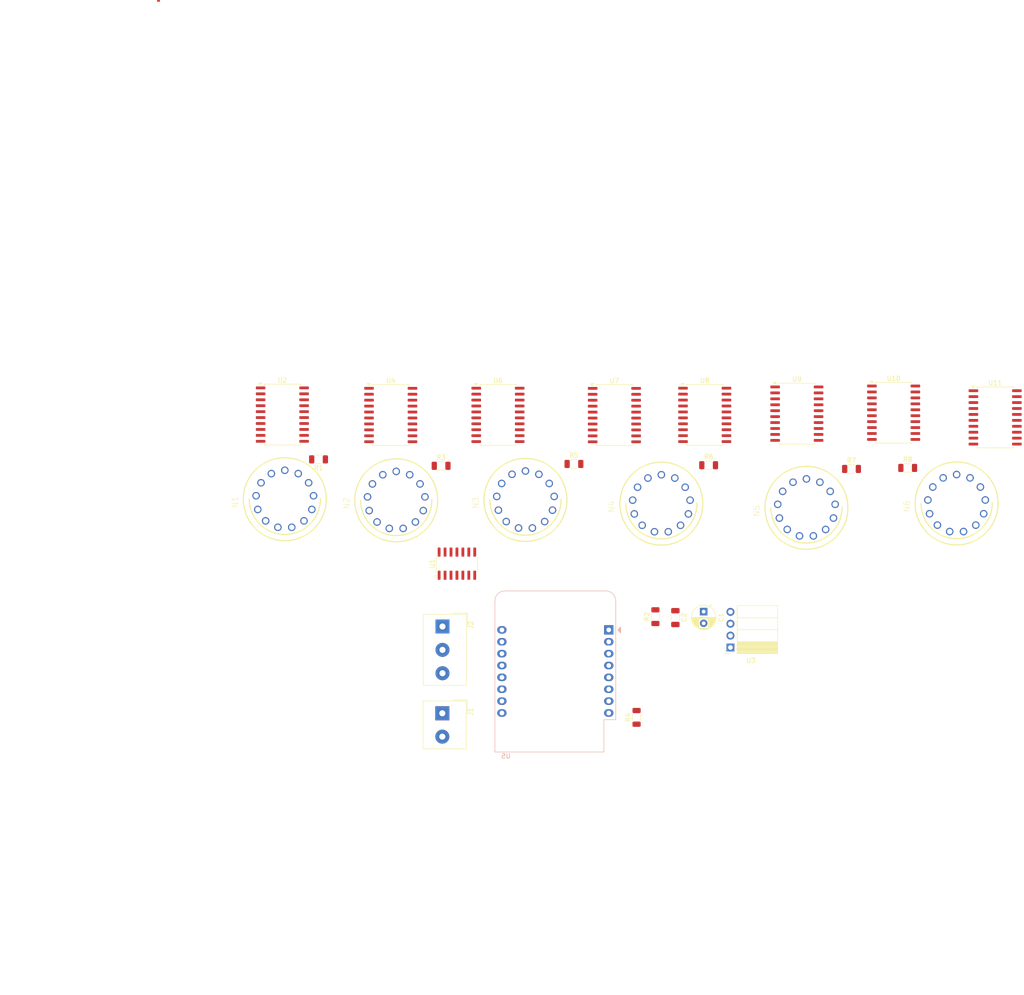
<source format=kicad_pcb>
(kicad_pcb (version 20240108) (generator "pcbnew") (generator_version "8.0")
  (layers (0 "F.Cu" signal) (31 "B.Cu" signal) (34 "B.Paste" user) (35 "F.Paste" user) (36 "B.SilkS" user "B.Silkscreen") (37 "F.SilkS" user "F.Silkscreen") (38 "B.Mask" user) (39 "F.Mask" user) (44 "Edge.Cuts" user))
  (net 0 "")
  (net 1 "Net-(U3-VCC)")
  (net 2 "GND")
  (net 3 "167V")
  (net 4 "HV_ENABLE")
  (net 5 "+5V")
  (net 6 "Net-(U2-DRAIN4)")
  (net 7 "Net-(U2-DRAIN1)")
  (net 8 "Net-(N1-PadA)")
  (net 9 "Net-(U2-DRAIN6)")
  (net 11 "Net-(U2-DRAIN0)")
  (net 12 "Net-(U2-DRAIN5)")
  (net 13 "Net-(U4-DRAIN0)")
  (net 14 "Net-(U2-DRAIN2)")
  (net 15 "Net-(U2-DRAIN3)")
  (net 16 "Net-(U4-DRAIN1)")
  (net 17 "Net-(U2-DRAIN7)")
  (net 19 "Net-(U4-DRAIN3)")
  (net 20 "Net-(U6-DRAIN3)")
  (net 21 "Net-(U4-DRAIN4)")
  (net 22 "Net-(N2-PadA)")
  (net 23 "Net-(U4-DRAIN2)")
  (net 24 "Net-(U6-DRAIN1)")
  (net 25 "Net-(U4-DRAIN7)")
  (net 26 "Net-(U6-DRAIN0)")
  (net 27 "Net-(U4-DRAIN5)")
  (net 29 "Net-(U4-DRAIN6)")
  (net 31 "Net-(U6-DRAIN2)")
  (net 32 "Net-(U7-DRAIN5)")
  (net 33 "Net-(U7-DRAIN0)")
  (net 34 "Net-(U6-DRAIN5)")
  (net 35 "Net-(U7-DRAIN1)")
  (net 36 "Net-(U6-DRAIN6)")
  (net 37 "Net-(U7-DRAIN4)")
  (net 38 "Net-(U6-DRAIN4)")
  (net 39 "Net-(N3-PadA)")
  (net 40 "Net-(U7-DRAIN2)")
  (net 42 "Net-(U7-DRAIN3)")
  (net 44 "Net-(U6-DRAIN7)")
  (net 45 "Net-(N4-PadA)")
  (net 46 "Net-(U8-DRAIN2)")
  (net 47 "Net-(U8-DRAIN5)")
  (net 49 "Net-(U7-DRAIN6)")
  (net 51 "Net-(U7-DRAIN7)")
  (net 52 "Net-(U8-DRAIN0)")
  (net 53 "Net-(U8-DRAIN1)")
  (net 54 "Net-(U8-DRAIN4)")
  (net 55 "Net-(U8-DRAIN3)")
  (net 56 "Net-(U8-DRAIN7)")
  (net 57 "Net-(U8-DRAIN6)")
  (net 59 "Net-(U9-DRAIN6)")
  (net 60 "Net-(U9-DRAIN4)")
  (net 61 "Net-(U10-DRAIN0)")
  (net 62 "Net-(U9-DRAIN7)")
  (net 63 "Net-(U9-DRAIN2)")
  (net 64 "Net-(U9-DRAIN1)")
  (net 65 "Net-(N5-PadA)")
  (net 66 "Net-(U9-DRAIN3)")
  (net 67 "Net-(U9-DRAIN0)")
  (net 69 "Net-(U9-DRAIN5)")
  (net 70 "Net-(U10-DRAIN1)")
  (net 71 "Net-(U10-DRAIN6)")
  (net 72 "Net-(U11-DRAIN1)")
  (net 73 "Net-(U10-DRAIN5)")
  (net 74 "Net-(U10-DRAIN3)")
  (net 75 "Net-(U11-DRAIN3)")
  (net 77 "Net-(U11-DRAIN2)")
  (net 78 "Net-(U10-DRAIN7)")
  (net 79 "Net-(N6-PadA)")
  (net 80 "Net-(U11-DRAIN0)")
  (net 82 "Net-(U10-DRAIN2)")
  (net 83 "Net-(U10-DRAIN4)")
  (net 84 "+3.3V")
  (net 85 "Net-(U5-CS{slash}D8)")
  (net 86 "Net-(U2-SER_IN)")
  (net 87 "Net-(U1-Pad6)")
  (net 88 "Net-(U10-SRCK)")
  (net 89 "Net-(U1-Pad13)")
  (net 90 "Net-(U1-Pad11)")
  (net 91 "Net-(U5-MOSI{slash}D7)")
  (net 92 "Net-(U10-RCLK)")
  (net 93 "Net-(U5-SCK{slash}D5)")
  (net 94 "Net-(U2-SER_OUT)")
  (net 95 "Net-(U3-PON)")
  (net 96 "Net-(U3-TCO)")
  (net 97 "Net-(U4-SER_OUT)")
  (net 105 "Net-(U6-SER_OUT)")
  (net 106 "Net-(U7-SER_OUT)")
  (net 107 "Net-(U8-SER_OUT)")
  (net 108 "Net-(U10-SER_IN)")
  (net 109 "Net-(U10-SER_OUT)")
  (footprint "Package_SO:SOIC-20W_7.5x12.8mm_P1.27mm" (layer "F.Cu") (at 114.97 67.555)
    (property "Reference" "U7" (at 0 -7.35 0) (layer "F.SilkS"))
    (property "Value" "TPIC6B595")
    (pad "1" smd roundrect (at -4.65 -5.715) (size 2.05 0.6) (layers "F.Cu" "F.Paste" "F.Mask") (net 2 "GND"))
    (pad "2" smd roundrect (at -4.65 -4.445) (size 2.05 0.6) (layers "F.Cu" "F.Paste" "F.Mask") (net 5 "+5V"))
    (pad "3" smd roundrect (at -4.65 -3.175) (size 2.05 0.6) (layers "F.Cu" "F.Paste" "F.Mask") (net 105 "Net-(U6-SER_OUT)"))
    (pad "4" smd roundrect (at -4.65 -1.905) (size 2.05 0.6) (layers "F.Cu" "F.Paste" "F.Mask") (net 33 "Net-(U7-DRAIN0)"))
    (pad "5" smd roundrect (at -4.65 -0.635) (size 2.05 0.6) (layers "F.Cu" "F.Paste" "F.Mask") (net 35 "Net-(U7-DRAIN1)"))
    (pad "6" smd roundrect (at -4.65 0.635) (size 2.05 0.6) (layers "F.Cu" "F.Paste" "F.Mask") (net 40 "Net-(U7-DRAIN2)"))
    (pad "7" smd roundrect (at -4.65 1.905) (size 2.05 0.6) (layers "F.Cu" "F.Paste" "F.Mask") (net 42 "Net-(U7-DRAIN3)"))
    (pad "8" smd roundrect (at -4.65 3.175) (size 2.05 0.6) (layers "F.Cu" "F.Paste" "F.Mask") (net 5 "+5V"))
    (pad "9" smd roundrect (at -4.65 4.445) (size 2.05 0.6) (layers "F.Cu" "F.Paste" "F.Mask") (net 2 "GND"))
    (pad "10" smd roundrect (at -4.65 5.715) (size 2.05 0.6) (layers "F.Cu" "F.Paste" "F.Mask") (net 2 "GND"))
    (pad "11" smd roundrect (at 4.65 5.715) (size 2.05 0.6) (layers "F.Cu" "F.Paste" "F.Mask") (net 2 "GND"))
    (pad "12" smd roundrect (at 4.65 4.445) (size 2.05 0.6) (layers "F.Cu" "F.Paste" "F.Mask") (net 92 "Net-(U10-RCLK)"))
    (pad "13" smd roundrect (at 4.65 3.175) (size 2.05 0.6) (layers "F.Cu" "F.Paste" "F.Mask") (net 88 "Net-(U10-SRCK)"))
    (pad "14" smd roundrect (at 4.65 1.905) (size 2.05 0.6) (layers "F.Cu" "F.Paste" "F.Mask") (net 37 "Net-(U7-DRAIN4)"))
    (pad "15" smd roundrect (at 4.65 0.635) (size 2.05 0.6) (layers "F.Cu" "F.Paste" "F.Mask") (net 32 "Net-(U7-DRAIN5)"))
    (pad "16" smd roundrect (at 4.65 -0.635) (size 2.05 0.6) (layers "F.Cu" "F.Paste" "F.Mask") (net 49 "Net-(U7-DRAIN6)"))
    (pad "17" smd roundrect (at 4.65 -1.905) (size 2.05 0.6) (layers "F.Cu" "F.Paste" "F.Mask") (net 51 "Net-(U7-DRAIN7)"))
    (pad "18" smd roundrect (at 4.65 -3.175) (size 2.05 0.6) (layers "F.Cu" "F.Paste" "F.Mask") (net 106 "Net-(U7-SER_OUT)"))
    (pad "19" smd roundrect (at 4.65 -4.445) (size 2.05 0.6) (layers "F.Cu" "F.Paste" "F.Mask") (net 2 "GND"))
    (pad "20" smd roundrect (at 4.65 -5.715) (size 2.05 0.6) (layers "F.Cu" "F.Paste" "F.Mask") (net 2 "GND"))
  )
  (footprint "Julians_parts:nixies-us-IN-14_1.1mm_holes" (layer "F.Cu") (at 44.45388 85.55544 180)
    (property "Reference" "N1" (at 10.63498 -0.635 90) (layer "F.SilkS") (effects (font (size 1.27 1.27) (thickness 0.1016))))
    (property "Value" "IN-14")
    (pad "0" thru_hole circle (at -5.0927 3.51536 180) (size 1.608 1.608) (drill 1.1) (layers "*.Cu" "*.Mask") (net 16 "Net-(U4-DRAIN1)"))
    (pad "1" thru_hole circle (at 5.0927 3.51536 180) (size 1.608 1.608) (drill 1.1) (layers "*.Cu" "*.Mask") (net 11 "Net-(U2-DRAIN0)"))
    (pad "2" thru_hole circle (at 6.14426 0.74422 180) (size 1.608 1.608) (drill 1.1) (layers "*.Cu" "*.Mask") (net 7 "Net-(U2-DRAIN1)"))
    (pad "3" thru_hole circle (at 5.78612 -2.19456 180) (size 1.608 1.608) (drill 1.1) (layers "*.Cu" "*.Mask") (net 14 "Net-(U2-DRAIN2)"))
    (pad "4" thru_hole circle (at 4.10464 -4.63296 180) (size 1.608 1.608) (drill 1.1) (layers "*.Cu" "*.Mask") (net 15 "Net-(U2-DRAIN3)"))
    (pad "5" thru_hole circle (at 1.48082 -6.00964 180) (size 1.608 1.608) (drill 1.1) (layers "*.Cu" "*.Mask") (net 6 "Net-(U2-DRAIN4)"))
    (pad "6" thru_hole circle (at -1.48082 -6.00964 180) (size 1.608 1.608) (drill 1.1) (layers "*.Cu" "*.Mask") (net 12 "Net-(U2-DRAIN5)"))
    (pad "7" thru_hole circle (at -4.10464 -4.63296 180) (size 1.608 1.608) (drill 1.1) (layers "*.Cu" "*.Mask") (net 9 "Net-(U2-DRAIN6)"))
    (pad "8" thru_hole circle (at -5.78612 -2.19456 180) (size 1.608 1.608) (drill 1.1) (layers "*.Cu" "*.Mask") (net 17 "Net-(U2-DRAIN7)"))
    (pad "9" thru_hole circle (at -6.14426 0.74422 180) (size 1.608 1.608) (drill 1.1) (layers "*.Cu" "*.Mask") (net 13 "Net-(U4-DRAIN0)"))
    (pad "A" thru_hole circle (at 0 6.18744 180) (size 1.608 1.608) (drill 1.1) (layers "*.Cu" "*.Mask") (net 8 "Net-(N1-PadA)"))
    (pad "LHDP" thru_hole circle (at 2.87528 5.47878 180) (size 1.608 1.608) (drill 1.1) (layers "*.Cu" "*.Mask"))
    (pad "RHDP" thru_hole circle (at -2.87528 5.47878 180) (size 1.608 1.608) (drill 1.1) (layers "*.Cu" "*.Mask"))
  )
  (footprint "Resistor_SMD:R_1206_3216Metric" (layer "F.Cu") (at 123.75 110.6825 90)
    (property "Reference" "R2" (at 0 -1.82 90) (layer "F.SilkS"))
    (property "Value" "100")
    (pad "1" smd roundrect (at -1.4625 0 90) (size 1.125 1.75) (layers "F.Cu" "F.Paste" "F.Mask") (roundrect_rratio 0.222222) (net 84 "+3.3V"))
    (pad "2" smd roundrect (at 1.4625 0 90) (size 1.125 1.75) (layers "F.Cu" "F.Paste" "F.Mask") (roundrect_rratio 0.222222) (net 1 "Net-(U3-VCC)"))
  )
  (footprint "Julians_parts:nixies-us-IN-14_1.1mm_holes" (layer "F.Cu") (at 68.29388 85.79544 180)
    (property "Reference" "N2" (at 10.63498 -0.635 90) (layer "F.SilkS") (effects (font (size 1.27 1.27) (thickness 0.1016))))
    (property "Value" "IN-14")
    (pad "0" thru_hole circle (at -5.0927 3.51536 180) (size 1.608 1.608) (drill 1.1) (layers "*.Cu" "*.Mask") (net 20 "Net-(U6-DRAIN3)"))
    (pad "1" thru_hole circle (at 5.0927 3.51536 180) (size 1.608 1.608) (drill 1.1) (layers "*.Cu" "*.Mask") (net 23 "Net-(U4-DRAIN2)"))
    (pad "2" thru_hole circle (at 6.14426 0.74422 180) (size 1.608 1.608) (drill 1.1) (layers "*.Cu" "*.Mask") (net 19 "Net-(U4-DRAIN3)"))
    (pad "3" thru_hole circle (at 5.78612 -2.19456 180) (size 1.608 1.608) (drill 1.1) (layers "*.Cu" "*.Mask") (net 21 "Net-(U4-DRAIN4)"))
    (pad "4" thru_hole circle (at 4.10464 -4.63296 180) (size 1.608 1.608) (drill 1.1) (layers "*.Cu" "*.Mask") (net 27 "Net-(U4-DRAIN5)"))
    (pad "5" thru_hole circle (at 1.48082 -6.00964 180) (size 1.608 1.608) (drill 1.1) (layers "*.Cu" "*.Mask") (net 29 "Net-(U4-DRAIN6)"))
    (pad "6" thru_hole circle (at -1.48082 -6.00964 180) (size 1.608 1.608) (drill 1.1) (layers "*.Cu" "*.Mask") (net 25 "Net-(U4-DRAIN7)"))
    (pad "7" thru_hole circle (at -4.10464 -4.63296 180) (size 1.608 1.608) (drill 1.1) (layers "*.Cu" "*.Mask") (net 26 "Net-(U6-DRAIN0)"))
    (pad "8" thru_hole circle (at -5.78612 -2.19456 180) (size 1.608 1.608) (drill 1.1) (layers "*.Cu" "*.Mask") (net 24 "Net-(U6-DRAIN1)"))
    (pad "9" thru_hole circle (at -6.14426 0.74422 180) (size 1.608 1.608) (drill 1.1) (layers "*.Cu" "*.Mask") (net 31 "Net-(U6-DRAIN2)"))
    (pad "A" thru_hole circle (at 0 6.18744 180) (size 1.608 1.608) (drill 1.1) (layers "*.Cu" "*.Mask") (net 22 "Net-(N2-PadA)"))
    (pad "LHDP" thru_hole circle (at 2.87528 5.47878 180) (size 1.608 1.608) (drill 1.1) (layers "*.Cu" "*.Mask"))
    (pad "RHDP" thru_hole circle (at -2.87528 5.47878 180) (size 1.608 1.608) (drill 1.1) (layers "*.Cu" "*.Mask"))
  )
  (footprint "Capacitor_SMD:C_1206_3216Metric" (layer "F.Cu") (at 128.02 110.885 -90)
    (property "Reference" "C2" (at 0 -1.85 90) (layer "F.SilkS"))
    (property "Value" "1µ")
    (pad "1" smd roundrect (at -1.475 0 270) (size 1.15 1.8) (layers "F.Cu" "F.Paste" "F.Mask") (roundrect_rratio 0.217391) (net 1 "Net-(U3-VCC)"))
    (pad "2" smd roundrect (at 1.475 0 270) (size 1.15 1.8) (layers "F.Cu" "F.Paste" "F.Mask") (roundrect_rratio 0.217391) (net 2 "GND"))
  )
  (footprint "Julians_parts:nixies-us-IN-14_1.1mm_holes" (layer "F.Cu") (at 156.06388 87.39544 180)
    (property "Reference" "N5" (at 10.63498 -0.635 90) (layer "F.SilkS") (effects (font (size 1.27 1.27) (thickness 0.1016))))
    (property "Value" "IN-14")
    (pad "0" thru_hole circle (at -5.0927 3.51536 180) (size 1.608 1.608) (drill 1.1) (layers "*.Cu" "*.Mask") (net 70 "Net-(U10-DRAIN1)"))
    (pad "1" thru_hole circle (at 5.0927 3.51536 180) (size 1.608 1.608) (drill 1.1) (layers "*.Cu" "*.Mask") (net 67 "Net-(U9-DRAIN0)"))
    (pad "2" thru_hole circle (at 6.14426 0.74422 180) (size 1.608 1.608) (drill 1.1) (layers "*.Cu" "*.Mask") (net 64 "Net-(U9-DRAIN1)"))
    (pad "3" thru_hole circle (at 5.78612 -2.19456 180) (size 1.608 1.608) (drill 1.1) (layers "*.Cu" "*.Mask") (net 63 "Net-(U9-DRAIN2)"))
    (pad "4" thru_hole circle (at 4.10464 -4.63296 180) (size 1.608 1.608) (drill 1.1) (layers "*.Cu" "*.Mask") (net 66 "Net-(U9-DRAIN3)"))
    (pad "5" thru_hole circle (at 1.48082 -6.00964 180) (size 1.608 1.608) (drill 1.1) (layers "*.Cu" "*.Mask") (net 60 "Net-(U9-DRAIN4)"))
    (pad "6" thru_hole circle (at -1.48082 -6.00964 180) (size 1.608 1.608) (drill 1.1) (layers "*.Cu" "*.Mask") (net 69 "Net-(U9-DRAIN5)"))
    (pad "7" thru_hole circle (at -4.10464 -4.63296 180) (size 1.608 1.608) (drill 1.1) (layers "*.Cu" "*.Mask") (net 59 "Net-(U9-DRAIN6)"))
    (pad "8" thru_hole circle (at -5.78612 -2.19456 180) (size 1.608 1.608) (drill 1.1) (layers "*.Cu" "*.Mask") (net 62 "Net-(U9-DRAIN7)"))
    (pad "9" thru_hole circle (at -6.14426 0.74422 180) (size 1.608 1.608) (drill 1.1) (layers "*.Cu" "*.Mask") (net 61 "Net-(U10-DRAIN0)"))
    (pad "A" thru_hole circle (at 0 6.18744 180) (size 1.608 1.608) (drill 1.1) (layers "*.Cu" "*.Mask") (net 65 "Net-(N5-PadA)"))
    (pad "LHDP" thru_hole circle (at 2.87528 5.47878 180) (size 1.608 1.608) (drill 1.1) (layers "*.Cu" "*.Mask"))
    (pad "RHDP" thru_hole circle (at -2.87528 5.47878 180) (size 1.608 1.608) (drill 1.1) (layers "*.Cu" "*.Mask"))
  )
  (footprint "Package_SO:SOIC-20W_7.5x12.8mm_P1.27mm" (layer "F.Cu") (at 174.72 67.05)
    (property "Reference" "U10" (at 0 -7.35 0) (layer "F.SilkS"))
    (property "Value" "TPIC6B595")
    (pad "1" smd roundrect (at -4.65 -5.715) (size 2.05 0.6) (layers "F.Cu" "F.Paste" "F.Mask") (net 2 "GND"))
    (pad "2" smd roundrect (at -4.65 -4.445) (size 2.05 0.6) (layers "F.Cu" "F.Paste" "F.Mask") (net 5 "+5V"))
    (pad "3" smd roundrect (at -4.65 -3.175) (size 2.05 0.6) (layers "F.Cu" "F.Paste" "F.Mask") (net 108 "Net-(U10-SER_IN)"))
    (pad "4" smd roundrect (at -4.65 -1.905) (size 2.05 0.6) (layers "F.Cu" "F.Paste" "F.Mask") (net 61 "Net-(U10-DRAIN0)"))
    (pad "5" smd roundrect (at -4.65 -0.635) (size 2.05 0.6) (layers "F.Cu" "F.Paste" "F.Mask") (net 70 "Net-(U10-DRAIN1)"))
    (pad "6" smd roundrect (at -4.65 0.635) (size 2.05 0.6) (layers "F.Cu" "F.Paste" "F.Mask") (net 82 "Net-(U10-DRAIN2)"))
    (pad "7" smd roundrect (at -4.65 1.905) (size 2.05 0.6) (layers "F.Cu" "F.Paste" "F.Mask") (net 74 "Net-(U10-DRAIN3)"))
    (pad "8" smd roundrect (at -4.65 3.175) (size 2.05 0.6) (layers "F.Cu" "F.Paste" "F.Mask") (net 5 "+5V"))
    (pad "9" smd roundrect (at -4.65 4.445) (size 2.05 0.6) (layers "F.Cu" "F.Paste" "F.Mask") (net 2 "GND"))
    (pad "10" smd roundrect (at -4.65 5.715) (size 2.05 0.6) (layers "F.Cu" "F.Paste" "F.Mask") (net 2 "GND"))
    (pad "11" smd roundrect (at 4.65 5.715) (size 2.05 0.6) (layers "F.Cu" "F.Paste" "F.Mask") (net 2 "GND"))
    (pad "12" smd roundrect (at 4.65 4.445) (size 2.05 0.6) (layers "F.Cu" "F.Paste" "F.Mask") (net 92 "Net-(U10-RCLK)"))
    (pad "13" smd roundrect (at 4.65 3.175) (size 2.05 0.6) (layers "F.Cu" "F.Paste" "F.Mask") (net 88 "Net-(U10-SRCK)"))
    (pad "14" smd roundrect (at 4.65 1.905) (size 2.05 0.6) (layers "F.Cu" "F.Paste" "F.Mask") (net 83 "Net-(U10-DRAIN4)"))
    (pad "15" smd roundrect (at 4.65 0.635) (size 2.05 0.6) (layers "F.Cu" "F.Paste" "F.Mask") (net 73 "Net-(U10-DRAIN5)"))
    (pad "16" smd roundrect (at 4.65 -0.635) (size 2.05 0.6) (layers "F.Cu" "F.Paste" "F.Mask") (net 71 "Net-(U10-DRAIN6)"))
    (pad "17" smd roundrect (at 4.65 -1.905) (size 2.05 0.6) (layers "F.Cu" "F.Paste" "F.Mask") (net 78 "Net-(U10-DRAIN7)"))
    (pad "18" smd roundrect (at 4.65 -3.175) (size 2.05 0.6) (layers "F.Cu" "F.Paste" "F.Mask") (net 109 "Net-(U10-SER_OUT)"))
    (pad "19" smd roundrect (at 4.65 -4.445) (size 2.05 0.6) (layers "F.Cu" "F.Paste" "F.Mask") (net 2 "GND"))
    (pad "20" smd roundrect (at 4.65 -5.715) (size 2.05 0.6) (layers "F.Cu" "F.Paste" "F.Mask") (net 2 "GND"))
  )
  (footprint "Julians_parts:nixies-us-IN-14_1.1mm_holes" (layer "F.Cu") (at 188.19388 86.46544 180)
    (property "Reference" "N6" (at 10.63498 -0.635 90) (layer "F.SilkS") (effects (font (size 1.27 1.27) (thickness 0.1016))))
    (property "Value" "IN-14")
    (pad "0" thru_hole circle (at -5.0927 3.51536 180) (size 1.608 1.608) (drill 1.1) (layers "*.Cu" "*.Mask") (net 75 "Net-(U11-DRAIN3)"))
    (pad "1" thru_hole circle (at 5.0927 3.51536 180) (size 1.608 1.608) (drill 1.1) (layers "*.Cu" "*.Mask") (net 82 "Net-(U10-DRAIN2)"))
    (pad "2" thru_hole circle (at 6.14426 0.74422 180) (size 1.608 1.608) (drill 1.1) (layers "*.Cu" "*.Mask") (net 74 "Net-(U10-DRAIN3)"))
    (pad "3" thru_hole circle (at 5.78612 -2.19456 180) (size 1.608 1.608) (drill 1.1) (layers "*.Cu" "*.Mask") (net 83 "Net-(U10-DRAIN4)"))
    (pad "4" thru_hole circle (at 4.10464 -4.63296 180) (size 1.608 1.608) (drill 1.1) (layers "*.Cu" "*.Mask") (net 73 "Net-(U10-DRAIN5)"))
    (pad "5" thru_hole circle (at 1.48082 -6.00964 180) (size 1.608 1.608) (drill 1.1) (layers "*.Cu" "*.Mask") (net 71 "Net-(U10-DRAIN6)"))
    (pad "6" thru_hole circle (at -1.48082 -6.00964 180) (size 1.608 1.608) (drill 1.1) (layers "*.Cu" "*.Mask") (net 78 "Net-(U10-DRAIN7)"))
    (pad "7" thru_hole circle (at -4.10464 -4.63296 180) (size 1.608 1.608) (drill 1.1) (layers "*.Cu" "*.Mask") (net 80 "Net-(U11-DRAIN0)"))
    (pad "8" thru_hole circle (at -5.78612 -2.19456 180) (size 1.608 1.608) (drill 1.1) (layers "*.Cu" "*.Mask") (net 72 "Net-(U11-DRAIN1)"))
    (pad "9" thru_hole circle (at -6.14426 0.74422 180) (size 1.608 1.608) (drill 1.1) (layers "*.Cu" "*.Mask") (net 77 "Net-(U11-DRAIN2)"))
    (pad "A" thru_hole circle (at 0 6.18744 180) (size 1.608 1.608) (drill 1.1) (layers "*.Cu" "*.Mask") (net 79 "Net-(N6-PadA)"))
    (pad "LHDP" thru_hole circle (at 2.87528 5.47878 180) (size 1.608 1.608) (drill 1.1) (layers "*.Cu" "*.Mask"))
    (pad "RHDP" thru_hole circle (at -2.87528 5.47878 180) (size 1.608 1.608) (drill 1.1) (layers "*.Cu" "*.Mask"))
  )
  (footprint "TerminalBlock_Altech:Altech_AK100_1x02_P5.00mm" (layer "F.Cu") (at 78.1525 131.3575 -90)
    (property "Reference" "J1" (at -0.35 -6.09 90) (layer "F.SilkS"))
    (property "Value" "Screw_Terminal_01x02")
    (pad "1" thru_hole rect (at 0 0 270) (size 3 3) (drill 1.3) (layers "*.Cu" "*.Mask") (net 3 "167V"))
    (pad "2" thru_hole circle (at 5 0 270) (size 3 3) (drill 1.3) (layers "*.Cu" "*.Mask") (net 3 "167V"))
  )
  (footprint "Connector_PinSocket_2.54mm:PinSocket_1x04_P2.54mm_Horizontal" (layer "F.Cu") (at 139.8 117.28 180)
    (property "Reference" "U3" (at -4.38 -2.77 0) (layer "F.SilkS"))
    (property "Value" "Pollin_DCF1")
    (pad "1" thru_hole rect (at 0 0 180) (size 1.7 1.7) (drill 1) (layers "*.Cu" "*.Mask") (net 95 "Net-(U3-PON)"))
    (pad "2" thru_hole oval (at 0 2.54 180) (size 1.7 1.7) (drill 1) (layers "*.Cu" "*.Mask") (net 96 "Net-(U3-TCO)"))
    (pad "3" thru_hole oval (at 0 5.08 180) (size 1.7 1.7) (drill 1) (layers "*.Cu" "*.Mask") (net 2 "GND"))
    (pad "4" thru_hole oval (at 0 7.62 180) (size 1.7 1.7) (drill 1) (layers "*.Cu" "*.Mask") (net 1 "Net-(U3-VCC)"))
  )
  (footprint "Resistor_SMD:R_1206_3216Metric" (layer "F.Cu") (at 165.7075 79.08)
    (property "Reference" "R7" (at 0 -1.82 0) (layer "F.SilkS"))
    (property "Value" "21.5k")
    (pad "1" smd roundrect (at -1.4625 0) (size 1.125 1.75) (layers "F.Cu" "F.Paste" "F.Mask") (roundrect_rratio 0.222222) (net 3 "167V"))
    (pad "2" smd roundrect (at 1.4625 0) (size 1.125 1.75) (layers "F.Cu" "F.Paste" "F.Mask") (roundrect_rratio 0.222222) (net 65 "Net-(N5-PadA)"))
  )
  (footprint "Package_SO:SOIC-20W_7.5x12.8mm_P1.27mm" (layer "F.Cu") (at 134.3 67.515)
    (property "Reference" "U8" (at 0 -7.35 0) (layer "F.SilkS"))
    (property "Value" "TPIC6B595")
    (pad "1" smd roundrect (at -4.65 -5.715) (size 2.05 0.6) (layers "F.Cu" "F.Paste" "F.Mask") (net 2 "GND"))
    (pad "2" smd roundrect (at -4.65 -4.445) (size 2.05 0.6) (layers "F.Cu" "F.Paste" "F.Mask") (net 5 "+5V"))
    (pad "3" smd roundrect (at -4.65 -3.175) (size 2.05 0.6) (layers "F.Cu" "F.Paste" "F.Mask") (net 106 "Net-(U7-SER_OUT)"))
    (pad "4" smd roundrect (at -4.65 -1.905) (size 2.05 0.6) (layers "F.Cu" "F.Paste" "F.Mask") (net 52 "Net-(U8-DRAIN0)"))
    (pad "5" smd roundrect (at -4.65 -0.635) (size 2.05 0.6) (layers "F.Cu" "F.Paste" "F.Mask") (net 53 "Net-(U8-DRAIN1)"))
    (pad "6" smd roundrect (at -4.65 0.635) (size 2.05 0.6) (layers "F.Cu" "F.Paste" "F.Mask") (net 46 "Net-(U8-DRAIN2)"))
    (pad "7" smd roundrect (at -4.65 1.905) (size 2.05 0.6) (layers "F.Cu" "F.Paste" "F.Mask") (net 55 "Net-(U8-DRAIN3)"))
    (pad "8" smd roundrect (at -4.65 3.175) (size 2.05 0.6) (layers "F.Cu" "F.Paste" "F.Mask") (net 5 "+5V"))
    (pad "9" smd roundrect (at -4.65 4.445) (size 2.05 0.6) (layers "F.Cu" "F.Paste" "F.Mask") (net 2 "GND"))
    (pad "10" smd roundrect (at -4.65 5.715) (size 2.05 0.6) (layers "F.Cu" "F.Paste" "F.Mask") (net 2 "GND"))
    (pad "11" smd roundrect (at 4.65 5.715) (size 2.05 0.6) (layers "F.Cu" "F.Paste" "F.Mask") (net 2 "GND"))
    (pad "12" smd roundrect (at 4.65 4.445) (size 2.05 0.6) (layers "F.Cu" "F.Paste" "F.Mask") (net 92 "Net-(U10-RCLK)"))
    (pad "13" smd roundrect (at 4.65 3.175) (size 2.05 0.6) (layers "F.Cu" "F.Paste" "F.Mask") (net 88 "Net-(U10-SRCK)"))
    (pad "14" smd roundrect (at 4.65 1.905) (size 2.05 0.6) (layers "F.Cu" "F.Paste" "F.Mask") (net 54 "Net-(U8-DRAIN4)"))
    (pad "15" smd roundrect (at 4.65 0.635) (size 2.05 0.6) (layers "F.Cu" "F.Paste" "F.Mask") (net 47 "Net-(U8-DRAIN5)"))
    (pad "16" smd roundrect (at 4.65 -0.635) (size 2.05 0.6) (layers "F.Cu" "F.Paste" "F.Mask") (net 57 "Net-(U8-DRAIN6)"))
    (pad "17" smd roundrect (at 4.65 -1.905) (size 2.05 0.6) (layers "F.Cu" "F.Paste" "F.Mask") (net 56 "Net-(U8-DRAIN7)"))
    (pad "18" smd roundrect (at 4.65 -3.175) (size 2.05 0.6) (layers "F.Cu" "F.Paste" "F.Mask") (net 107 "Net-(U8-SER_OUT)"))
    (pad "19" smd roundrect (at 4.65 -4.445) (size 2.05 0.6) (layers "F.Cu" "F.Paste" "F.Mask") (net 2 "GND"))
    (pad "20" smd roundrect (at 4.65 -5.715) (size 2.05 0.6) (layers "F.Cu" "F.Paste" "F.Mask") (net 2 "GND"))
  )
  (footprint "Julians_parts:nixies-us-IN-14_1.1mm_holes" (layer "F.Cu") (at 95.94388 85.70544 180)
    (property "Reference" "N3" (at 10.63498 -0.635 90) (layer "F.SilkS") (effects (font (size 1.27 1.27) (thickness 0.1016))))
    (property "Value" "IN-14")
    (pad "0" thru_hole circle (at -5.0927 3.51536 180) (size 1.608 1.608) (drill 1.1) (layers "*.Cu" "*.Mask") (net 32 "Net-(U7-DRAIN5)"))
    (pad "1" thru_hole circle (at 5.0927 3.51536 180) (size 1.608 1.608) (drill 1.1) (layers "*.Cu" "*.Mask") (net 38 "Net-(U6-DRAIN4)"))
    (pad "2" thru_hole circle (at 6.14426 0.74422 180) (size 1.608 1.608) (drill 1.1) (layers "*.Cu" "*.Mask") (net 34 "Net-(U6-DRAIN5)"))
    (pad "3" thru_hole circle (at 5.78612 -2.19456 180) (size 1.608 1.608) (drill 1.1) (layers "*.Cu" "*.Mask") (net 36 "Net-(U6-DRAIN6)"))
    (pad "4" thru_hole circle (at 4.10464 -4.63296 180) (size 1.608 1.608) (drill 1.1) (layers "*.Cu" "*.Mask") (net 44 "Net-(U6-DRAIN7)"))
    (pad "5" thru_hole circle (at 1.48082 -6.00964 180) (size 1.608 1.608) (drill 1.1) (layers "*.Cu" "*.Mask") (net 33 "Net-(U7-DRAIN0)"))
    (pad "6" thru_hole circle (at -1.48082 -6.00964 180) (size 1.608 1.608) (drill 1.1) (layers "*.Cu" "*.Mask") (net 35 "Net-(U7-DRAIN1)"))
    (pad "7" thru_hole circle (at -4.10464 -4.63296 180) (size 1.608 1.608) (drill 1.1) (layers "*.Cu" "*.Mask") (net 40 "Net-(U7-DRAIN2)"))
    (pad "8" thru_hole circle (at -5.78612 -2.19456 180) (size 1.608 1.608) (drill 1.1) (layers "*.Cu" "*.Mask") (net 42 "Net-(U7-DRAIN3)"))
    (pad "9" thru_hole circle (at -6.14426 0.74422 180) (size 1.608 1.608) (drill 1.1) (layers "*.Cu" "*.Mask") (net 37 "Net-(U7-DRAIN4)"))
    (pad "A" thru_hole circle (at 0 6.18744 180) (size 1.608 1.608) (drill 1.1) (layers "*.Cu" "*.Mask") (net 39 "Net-(N3-PadA)"))
    (pad "LHDP" thru_hole circle (at 2.87528 5.47878 180) (size 1.608 1.608) (drill 1.1) (layers "*.Cu" "*.Mask"))
    (pad "RHDP" thru_hole circle (at -2.87528 5.47878 180) (size 1.608 1.608) (drill 1.1) (layers "*.Cu" "*.Mask"))
  )
  (footprint "Julians_parts:nixies-us-IN-14_1.1mm_holes" (layer "F.Cu") (at 125.02388 86.50544 180)
    (property "Reference" "N4" (at 10.63498 -0.635 90) (layer "F.SilkS") (effects (font (size 1.27 1.27) (thickness 0.1016))))
    (property "Value" "IN-14")
    (pad "0" thru_hole circle (at -5.0927 3.51536 180) (size 1.608 1.608) (drill 1.1) (layers "*.Cu" "*.Mask") (net 56 "Net-(U8-DRAIN7)"))
    (pad "1" thru_hole circle (at 5.0927 3.51536 180) (size 1.608 1.608) (drill 1.1) (layers "*.Cu" "*.Mask") (net 49 "Net-(U7-DRAIN6)"))
    (pad "2" thru_hole circle (at 6.14426 0.74422 180) (size 1.608 1.608) (drill 1.1) (layers "*.Cu" "*.Mask") (net 51 "Net-(U7-DRAIN7)"))
    (pad "3" thru_hole circle (at 5.78612 -2.19456 180) (size 1.608 1.608) (drill 1.1) (layers "*.Cu" "*.Mask") (net 52 "Net-(U8-DRAIN0)"))
    (pad "4" thru_hole circle (at 4.10464 -4.63296 180) (size 1.608 1.608) (drill 1.1) (layers "*.Cu" "*.Mask") (net 53 "Net-(U8-DRAIN1)"))
    (pad "5" thru_hole circle (at 1.48082 -6.00964 180) (size 1.608 1.608) (drill 1.1) (layers "*.Cu" "*.Mask") (net 46 "Net-(U8-DRAIN2)"))
    (pad "6" thru_hole circle (at -1.48082 -6.00964 180) (size 1.608 1.608) (drill 1.1) (layers "*.Cu" "*.Mask") (net 55 "Net-(U8-DRAIN3)"))
    (pad "7" thru_hole circle (at -4.10464 -4.63296 180) (size 1.608 1.608) (drill 1.1) (layers "*.Cu" "*.Mask") (net 54 "Net-(U8-DRAIN4)"))
    (pad "8" thru_hole circle (at -5.78612 -2.19456 180) (size 1.608 1.608) (drill 1.1) (layers "*.Cu" "*.Mask") (net 47 "Net-(U8-DRAIN5)"))
    (pad "9" thru_hole circle (at -6.14426 0.74422 180) (size 1.608 1.608) (drill 1.1) (layers "*.Cu" "*.Mask") (net 57 "Net-(U8-DRAIN6)"))
    (pad "A" thru_hole circle (at 0 6.18744 180) (size 1.608 1.608) (drill 1.1) (layers "*.Cu" "*.Mask") (net 45 "Net-(N4-PadA)"))
    (pad "LHDP" thru_hole circle (at 2.87528 5.47878 180) (size 1.608 1.608) (drill 1.1) (layers "*.Cu" "*.Mask"))
    (pad "RHDP" thru_hole circle (at -2.87528 5.47878 180) (size 1.608 1.608) (drill 1.1) (layers "*.Cu" "*.Mask"))
  )
  (footprint "Resistor_SMD:R_1206_3216Metric" (layer "F.Cu") (at 119.72 132.2325 90)
    (property "Reference" "R4" (at 0 -1.82 90) (layer "F.SilkS"))
    (property "Value" "10k")
    (pad "1" smd roundrect (at -1.4625 0 90) (size 1.125 1.75) (layers "F.Cu" "F.Paste" "F.Mask") (roundrect_rratio 0.222222) (net 85 "Net-(U5-CS{slash}D8)"))
    (pad "2" smd roundrect (at 1.4625 0 90) (size 1.125 1.75) (layers "F.Cu" "F.Paste" "F.Mask") (roundrect_rratio 0.222222) (net 2 "GND"))
  )
  (footprint "Package_SO:SOIC-20W_7.5x12.8mm_P1.27mm" (layer "F.Cu") (at 154.01 67.25)
    (property "Reference" "U9" (at 0 -7.35 0) (layer "F.SilkS"))
    (property "Value" "TPIC6B595")
    (pad "1" smd roundrect (at -4.65 -5.715) (size 2.05 0.6) (layers "F.Cu" "F.Paste" "F.Mask") (net 2 "GND"))
    (pad "2" smd roundrect (at -4.65 -4.445) (size 2.05 0.6) (layers "F.Cu" "F.Paste" "F.Mask") (net 5 "+5V"))
    (pad "3" smd roundrect (at -4.65 -3.175) (size 2.05 0.6) (layers "F.Cu" "F.Paste" "F.Mask") (net 107 "Net-(U8-SER_OUT)"))
    (pad "4" smd roundrect (at -4.65 -1.905) (size 2.05 0.6) (layers "F.Cu" "F.Paste" "F.Mask") (net 67 "Net-(U9-DRAIN0)"))
    (pad "5" smd roundrect (at -4.65 -0.635) (size 2.05 0.6) (layers "F.Cu" "F.Paste" "F.Mask") (net 64 "Net-(U9-DRAIN1)"))
    (pad "6" smd roundrect (at -4.65 0.635) (size 2.05 0.6) (layers "F.Cu" "F.Paste" "F.Mask") (net 63 "Net-(U9-DRAIN2)"))
    (pad "7" smd roundrect (at -4.65 1.905) (size 2.05 0.6) (layers "F.Cu" "F.Paste" "F.Mask") (net 66 "Net-(U9-DRAIN3)"))
    (pad "8" smd roundrect (at -4.65 3.175) (size 2.05 0.6) (layers "F.Cu" "F.Paste" "F.Mask") (net 5 "+5V"))
    (pad "9" smd roundrect (at -4.65 4.445) (size 2.05 0.6) (layers "F.Cu" "F.Paste" "F.Mask") (net 2 "GND"))
    (pad "10" smd roundrect (at -4.65 5.715) (size 2.05 0.6) (layers "F.Cu" "F.Paste" "F.Mask") (net 2 "GND"))
    (pad "11" smd roundrect (at 4.65 5.715) (size 2.05 0.6) (layers "F.Cu" "F.Paste" "F.Mask") (net 2 "GND"))
    (pad "12" smd roundrect (at 4.65 4.445) (size 2.05 0.6) (layers "F.Cu" "F.Paste" "F.Mask") (net 92 "Net-(U10-RCLK)"))
    (pad "13" smd roundrect (at 4.65 3.175) (size 2.05 0.6) (layers "F.Cu" "F.Paste" "F.Mask") (net 88 "Net-(U10-SRCK)"))
    (pad "14" smd roundrect (at 4.65 1.905) (size 2.05 0.6) (layers "F.Cu" "F.Paste" "F.Mask") (net 60 "Net-(U9-DRAIN4)"))
    (pad "15" smd roundrect (at 4.65 0.635) (size 2.05 0.6) (layers "F.Cu" "F.Paste" "F.Mask") (net 69 "Net-(U9-DRAIN5)"))
    (pad "16" smd roundrect (at 4.65 -0.635) (size 2.05 0.6) (layers "F.Cu" "F.Paste" "F.Mask") (net 59 "Net-(U9-DRAIN6)"))
    (pad "17" smd roundrect (at 4.65 -1.905) (size 2.05 0.6) (layers "F.Cu" "F.Paste" "F.Mask") (net 62 "Net-(U9-DRAIN7)"))
    (pad "18" smd roundrect (at 4.65 -3.175) (size 2.05 0.6) (layers "F.Cu" "F.Paste" "F.Mask") (net 108 "Net-(U10-SER_IN)"))
    (pad "19" smd roundrect (at 4.65 -4.445) (size 2.05 0.6) (layers "F.Cu" "F.Paste" "F.Mask") (net 2 "GND"))
    (pad "20" smd roundrect (at 4.65 -5.715) (size 2.05 0.6) (layers "F.Cu" "F.Paste" "F.Mask") (net 2 "GND"))
  )
  (footprint "Package_SO:SOIC-20W_7.5x12.8mm_P1.27mm" (layer "F.Cu") (at 90.06 67.515)
    (property "Reference" "U6" (at 0 -7.35 0) (layer "F.SilkS"))
    (property "Value" "TPIC6B595")
    (pad "1" smd roundrect (at -4.65 -5.715) (size 2.05 0.6) (layers "F.Cu" "F.Paste" "F.Mask") (net 2 "GND"))
    (pad "2" smd roundrect (at -4.65 -4.445) (size 2.05 0.6) (layers "F.Cu" "F.Paste" "F.Mask") (net 5 "+5V"))
    (pad "3" smd roundrect (at -4.65 -3.175) (size 2.05 0.6) (layers "F.Cu" "F.Paste" "F.Mask") (net 97 "Net-(U4-SER_OUT)"))
    (pad "4" smd roundrect (at -4.65 -1.905) (size 2.05 0.6) (layers "F.Cu" "F.Paste" "F.Mask") (net 26 "Net-(U6-DRAIN0)"))
    (pad "5" smd roundrect (at -4.65 -0.635) (size 2.05 0.6) (layers "F.Cu" "F.Paste" "F.Mask") (net 24 "Net-(U6-DRAIN1)"))
    (pad "6" smd roundrect (at -4.65 0.635) (size 2.05 0.6) (layers "F.Cu" "F.Paste" "F.Mask") (net 31 "Net-(U6-DRAIN2)"))
    (pad "7" smd roundrect (at -4.65 1.905) (size 2.05 0.6) (layers "F.Cu" "F.Paste" "F.Mask") (net 20 "Net-(U6-DRAIN3)"))
    (pad "8" smd roundrect (at -4.65 3.175) (size 2.05 0.6) (layers "F.Cu" "F.Paste" "F.Mask") (net 5 "+5V"))
    (pad "9" smd roundrect (at -4.65 4.445) (size 2.05 0.6) (layers "F.Cu" "F.Paste" "F.Mask") (net 2 "GND"))
    (pad "10" smd roundrect (at -4.65 5.715) (size 2.05 0.6) (layers "F.Cu" "F.Paste" "F.Mask") (net 2 "GND"))
    (pad "11" smd roundrect (at 4.65 5.715) (size 2.05 0.6) (layers "F.Cu" "F.Paste" "F.Mask") (net 2 "GND"))
    (pad "12" smd roundrect (at 4.65 4.445) (size 2.05 0.6) (layers "F.Cu" "F.Paste" "F.Mask") (net 92 "Net-(U10-RCLK)"))
    (pad "13" smd roundrect (at 4.65 3.175) (size 2.05 0.6) (layers "F.Cu" "F.Paste" "F.Mask") (net 88 "Net-(U10-SRCK)"))
    (pad "14" smd roundrect (at 4.65 1.905) (size 2.05 0.6) (layers "F.Cu" "F.Paste" "F.Mask") (net 38 "Net-(U6-DRAIN4)"))
    (pad "15" smd roundrect (at 4.65 0.635) (size 2.05 0.6) (layers "F.Cu" "F.Paste" "F.Mask") (net 34 "Net-(U6-DRAIN5)"))
    (pad "16" smd roundrect (at 4.65 -0.635) (size 2.05 0.6) (layers "F.Cu" "F.Paste" "F.Mask") (net 36 "Net-(U6-DRAIN6)"))
    (pad "17" smd roundrect (at 4.65 -1.905) (size 2.05 0.6) (layers "F.Cu" "F.Paste" "F.Mask") (net 44 "Net-(U6-DRAIN7)"))
    (pad "18" smd roundrect (at 4.65 -3.175) (size 2.05 0.6) (layers "F.Cu" "F.Paste" "F.Mask") (net 105 "Net-(U6-SER_OUT)"))
    (pad "19" smd roundrect (at 4.65 -4.445) (size 2.05 0.6) (layers "F.Cu" "F.Paste" "F.Mask") (net 2 "GND"))
    (pad "20" smd roundrect (at 4.65 -5.715) (size 2.05 0.6) (layers "F.Cu" "F.Paste" "F.Mask") (net 2 "GND"))
  )
  (footprint "Resistor_SMD:R_1206_3216Metric" (layer "F.Cu") (at 51.67 77.03 180)
    (property "Reference" "R1" (at 0 -1.82 0) (layer "F.SilkS"))
    (property "Value" "21.5k")
    (pad "1" smd roundrect (at -1.4625 0 180) (size 1.125 1.75) (layers "F.Cu" "F.Paste" "F.Mask") (roundrect_rratio 0.222222) (net 3 "167V"))
    (pad "2" smd roundrect (at 1.4625 0 180) (size 1.125 1.75) (layers "F.Cu" "F.Paste" "F.Mask") (roundrect_rratio 0.222222) (net 8 "Net-(N1-PadA)"))
  )
  (footprint "TerminalBlock_Altech:Altech_AK100_1x03_P5.00mm" (layer "F.Cu") (at 78.19 112.79 -90)
    (property "Reference" "J2" (at -0.35 -6.09 90) (layer "F.SilkS"))
    (property "Value" "Screw_Terminal_01x03")
    (pad "1" thru_hole rect (at 0 0 270) (size 3 3) (drill 1.3) (layers "*.Cu" "*.Mask") (net 5 "+5V"))
    (pad "2" thru_hole circle (at 5 0 270) (size 3 3) (drill 1.3) (layers "*.Cu" "*.Mask") (net 4 "HV_ENABLE"))
    (pad "3" thru_hole circle (at 10 0 270) (size 3 3) (drill 1.3) (layers "*.Cu" "*.Mask") (net 2 "GND"))
  )
  (footprint "Package_SO:SOIC-20W_7.5x12.8mm_P1.27mm" (layer "F.Cu") (at 196.44 68.05)
    (property "Reference" "U11" (at 0 -7.35 0) (layer "F.SilkS"))
    (property "Value" "TPIC6B595")
    (pad "1" smd roundrect (at -4.65 -5.715) (size 2.05 0.6) (layers "F.Cu" "F.Paste" "F.Mask") (net 2 "GND"))
    (pad "2" smd roundrect (at -4.65 -4.445) (size 2.05 0.6) (layers "F.Cu" "F.Paste" "F.Mask") (net 5 "+5V"))
    (pad "3" smd roundrect (at -4.65 -3.175) (size 2.05 0.6) (layers "F.Cu" "F.Paste" "F.Mask") (net 109 "Net-(U10-SER_OUT)"))
    (pad "4" smd roundrect (at -4.65 -1.905) (size 2.05 0.6) (layers "F.Cu" "F.Paste" "F.Mask") (net 80 "Net-(U11-DRAIN0)"))
    (pad "5" smd roundrect (at -4.65 -0.635) (size 2.05 0.6) (layers "F.Cu" "F.Paste" "F.Mask") (net 72 "Net-(U11-DRAIN1)"))
    (pad "6" smd roundrect (at -4.65 0.635) (size 2.05 0.6) (layers "F.Cu" "F.Paste" "F.Mask") (net 77 "Net-(U11-DRAIN2)"))
    (pad "7" smd roundrect (at -4.65 1.905) (size 2.05 0.6) (layers "F.Cu" "F.Paste" "F.Mask") (net 75 "Net-(U11-DRAIN3)"))
    (pad "8" smd roundrect (at -4.65 3.175) (size 2.05 0.6) (layers "F.Cu" "F.Paste" "F.Mask") (net 5 "+5V"))
    (pad "9" smd roundrect (at -4.65 4.445) (size 2.05 0.6) (layers "F.Cu" "F.Paste" "F.Mask") (net 2 "GND"))
    (pad "10" smd roundrect (at -4.65 5.715) (size 2.05 0.6) (layers "F.Cu" "F.Paste" "F.Mask") (net 2 "GND"))
    (pad "11" smd roundrect (at 4.65 5.715) (size 2.05 0.6) (layers "F.Cu" "F.Paste" "F.Mask") (net 2 "GND"))
    (pad "12" smd roundrect (at 4.65 4.445) (size 2.05 0.6) (layers "F.Cu" "F.Paste" "F.Mask") (net 92 "Net-(U10-RCLK)"))
    (pad "13" smd roundrect (at 4.65 3.175) (size 2.05 0.6) (layers "F.Cu" "F.Paste" "F.Mask") (net 88 "Net-(U10-SRCK)"))
    (pad "14" smd roundrect (at 4.65 1.905) (size 2.05 0.6) (layers "F.Cu" "F.Paste" "F.Mask") (net 2 "GND"))
    (pad "15" smd roundrect (at 4.65 0.635) (size 2.05 0.6) (layers "F.Cu" "F.Paste" "F.Mask") (net 2 "GND"))
    (pad "16" smd roundrect (at 4.65 -0.635) (size 2.05 0.6) (layers "F.Cu" "F.Paste" "F.Mask") (net 2 "GND"))
    (pad "17" smd roundrect (at 4.65 -1.905) (size 2.05 0.6) (layers "F.Cu" "F.Paste" "F.Mask") (net 2 "GND"))
    (pad "18" smd roundrect (at 4.65 -3.175) (size 2.05 0.6) (layers "F.Cu" "F.Paste" "F.Mask"))
    (pad "19" smd roundrect (at 4.65 -4.445) (size 2.05 0.6) (layers "F.Cu" "F.Paste" "F.Mask") (net 2 "GND"))
    (pad "20" smd roundrect (at 4.65 -5.715) (size 2.05 0.6) (layers "F.Cu" "F.Paste" "F.Mask") (net 2 "GND"))
  )
  (footprint "Package_SO:SOIC-20W_7.5x12.8mm_P1.27mm" (layer "F.Cu") (at 67.12 67.54)
    (property "Reference" "U4" (at 0 -7.35 0) (layer "F.SilkS"))
    (property "Value" "TPIC6B595")
    (pad "1" smd roundrect (at -4.65 -5.715) (size 2.05 0.6) (layers "F.Cu" "F.Paste" "F.Mask") (net 2 "GND"))
    (pad "2" smd roundrect (at -4.65 -4.445) (size 2.05 0.6) (layers "F.Cu" "F.Paste" "F.Mask") (net 5 "+5V"))
    (pad "3" smd roundrect (at -4.65 -3.175) (size 2.05 0.6) (layers "F.Cu" "F.Paste" "F.Mask") (net 94 "Net-(U2-SER_OUT)"))
    (pad "4" smd roundrect (at -4.65 -1.905) (size 2.05 0.6) (layers "F.Cu" "F.Paste" "F.Mask") (net 13 "Net-(U4-DRAIN0)"))
    (pad "5" smd roundrect (at -4.65 -0.635) (size 2.05 0.6) (layers "F.Cu" "F.Paste" "F.Mask") (net 16 "Net-(U4-DRAIN1)"))
    (pad "6" smd roundrect (at -4.65 0.635) (size 2.05 0.6) (layers "F.Cu" "F.Paste" "F.Mask") (net 23 "Net-(U4-DRAIN2)"))
    (pad "7" smd roundrect (at -4.65 1.905) (size 2.05 0.6) (layers "F.Cu" "F.Paste" "F.Mask") (net 19 "Net-(U4-DRAIN3)"))
    (pad "8" smd roundrect (at -4.65 3.175) (size 2.05 0.6) (layers "F.Cu" "F.Paste" "F.Mask") (net 5 "+5V"))
    (pad "9" smd roundrect (at -4.65 4.445) (size 2.05 0.6) (layers "F.Cu" "F.Paste" "F.Mask") (net 2 "GND"))
    (pad "10" smd roundrect (at -4.65 5.715) (size 2.05 0.6) (layers "F.Cu" "F.Paste" "F.Mask") (net 2 "GND"))
    (pad "11" smd roundrect (at 4.65 5.715) (size 2.05 0.6) (layers "F.Cu" "F.Paste" "F.Mask") (net 2 "GND"))
    (pad "12" smd roundrect (at 4.65 4.445) (size 2.05 0.6) (layers "F.Cu" "F.Paste" "F.Mask") (net 92 "Net-(U10-RCLK)"))
    (pad "13" smd roundrect (at 4.65 3.175) (size 2.05 0.6) (layers "F.Cu" "F.Paste" "F.Mask") (net 88 "Net-(U10-SRCK)"))
    (pad "14" smd roundrect (at 4.65 1.905) (size 2.05 0.6) (layers "F.Cu" "F.Paste" "F.Mask") (net 21 "Net-(U4-DRAIN4)"))
    (pad "15" smd roundrect (at 4.65 0.635) (size 2.05 0.6) (layers "F.Cu" "F.Paste" "F.Mask") (net 27 "Net-(U4-DRAIN5)"))
    (pad "16" smd roundrect (at 4.65 -0.635) (size 2.05 0.6) (layers "F.Cu" "F.Paste" "F.Mask") (net 29 "Net-(U4-DRAIN6)"))
    (pad "17" smd roundrect (at 4.65 -1.905) (size 2.05 0.6) (layers "F.Cu" "F.Paste" "F.Mask") (net 25 "Net-(U4-DRAIN7)"))
    (pad "18" smd roundrect (at 4.65 -3.175) (size 2.05 0.6) (layers "F.Cu" "F.Paste" "F.Mask") (net 97 "Net-(U4-SER_OUT)"))
    (pad "19" smd roundrect (at 4.65 -4.445) (size 2.05 0.6) (layers "F.Cu" "F.Paste" "F.Mask") (net 2 "GND"))
    (pad "20" smd roundrect (at 4.65 -5.715) (size 2.05 0.6) (layers "F.Cu" "F.Paste" "F.Mask") (net 2 "GND"))
  )
  (footprint "Package_SO:SO-14_3.9x8.65mm_P1.27mm" (layer "F.Cu") (at 81.28 99.348 90)
    (property "Reference" "U1" (at 0 -5.28 90) (layer "F.SilkS"))
    (property "Value" "74HCT04")
    (pad "1" smd roundrect (at -2.475 -3.81 90) (size 1.95 0.6) (layers "F.Cu" "F.Paste" "F.Mask") (net 85 "Net-(U5-CS{slash}D8)"))
    (pad "2" smd roundrect (at -2.475 -2.54 90) (size 1.95 0.6) (layers "F.Cu" "F.Paste" "F.Mask") (net 90 "Net-(U1-Pad11)"))
    (pad "3" smd roundrect (at -2.475 -1.27 90) (size 1.95 0.6) (layers "F.Cu" "F.Paste" "F.Mask") (net 91 "Net-(U5-MOSI{slash}D7)"))
    (pad "4" smd roundrect (at -2.475 0 90) (size 1.95 0.6) (layers "F.Cu" "F.Paste" "F.Mask") (net 89 "Net-(U1-Pad13)"))
    (pad "5" smd roundrect (at -2.475 1.27 90) (size 1.95 0.6) (layers "F.Cu" "F.Paste" "F.Mask") (net 93 "Net-(U5-SCK{slash}D5)"))
    (pad "6" smd roundrect (at -2.475 2.54 90) (size 1.95 0.6) (layers "F.Cu" "F.Paste" "F.Mask") (net 87 "Net-(U1-Pad6)"))
    (pad "7" smd roundrect (at -2.475 3.81 90) (size 1.95 0.6) (layers "F.Cu" "F.Paste" "F.Mask") (net 2 "GND"))
    (pad "8" smd roundrect (at 2.475 3.81 90) (size 1.95 0.6) (layers "F.Cu" "F.Paste" "F.Mask") (net 88 "Net-(U10-SRCK)"))
    (pad "9" smd roundrect (at 2.475 2.54 90) (size 1.95 0.6) (layers "F.Cu" "F.Paste" "F.Mask") (net 87 "Net-(U1-Pad6)"))
    (pad "10" smd roundrect (at 2.475 1.27 90) (size 1.95 0.6) (layers "F.Cu" "F.Paste" "F.Mask") (net 92 "Net-(U10-RCLK)"))
    (pad "11" smd roundrect (at 2.475 0 90) (size 1.95 0.6) (layers "F.Cu" "F.Paste" "F.Mask") (net 90 "Net-(U1-Pad11)"))
    (pad "12" smd roundrect (at 2.475 -1.27 90) (size 1.95 0.6) (layers "F.Cu" "F.Paste" "F.Mask") (net 86 "Net-(U2-SER_IN)"))
    (pad "13" smd roundrect (at 2.475 -2.54 90) (size 1.95 0.6) (layers "F.Cu" "F.Paste" "F.Mask") (net 89 "Net-(U1-Pad13)"))
    (pad "14" smd roundrect (at 2.475 -3.81 90) (size 1.95 0.6) (layers "F.Cu" "F.Paste" "F.Mask") (net 5 "+5V"))
  )
  (footprint "Resistor_SMD:R_1206_3216Metric" (layer "F.Cu") (at 135.1375 78.28)
    (property "Reference" "R6" (at 0 -1.82 0) (layer "F.SilkS"))
    (property "Value" "21.5k")
    (pad "1" smd roundrect (at -1.4625 0) (size 1.125 1.75) (layers "F.Cu" "F.Paste" "F.Mask") (roundrect_rratio 0.222222) (net 3 "167V"))
    (pad "2" smd roundrect (at 1.4625 0) (size 1.125 1.75) (layers "F.Cu" "F.Paste" "F.Mask") (roundrect_rratio 0.222222) (net 45 "Net-(N4-PadA)"))
  )
  (footprint "Resistor_SMD:R_1206_3216Metric" (layer "F.Cu") (at 106.3175 78.01)
    (property "Reference" "R5" (at 0 -1.82 0) (layer "F.SilkS"))
    (property "Value" "21.5k")
    (pad "1" smd roundrect (at -1.4625 0) (size 1.125 1.75) (layers "F.Cu" "F.Paste" "F.Mask") (roundrect_rratio 0.222222) (net 3 "167V"))
    (pad "2" smd roundrect (at 1.4625 0) (size 1.125 1.75) (layers "F.Cu" "F.Paste" "F.Mask") (roundrect_rratio 0.222222) (net 39 "Net-(N3-PadA)"))
  )
  (footprint "Package_SO:SOIC-20W_7.5x12.8mm_P1.27mm" (layer "F.Cu") (at 43.93 67.45)
    (property "Reference" "U2" (at 0 -7.35 0) (layer "F.SilkS"))
    (property "Value" "TPIC6B595")
    (pad "1" smd roundrect (at -4.65 -5.715) (size 2.05 0.6) (layers "F.Cu" "F.Paste" "F.Mask") (net 2 "GND"))
    (pad "2" smd roundrect (at -4.65 -4.445) (size 2.05 0.6) (layers "F.Cu" "F.Paste" "F.Mask") (net 5 "+5V"))
    (pad "3" smd roundrect (at -4.65 -3.175) (size 2.05 0.6) (layers "F.Cu" "F.Paste" "F.Mask") (net 86 "Net-(U2-SER_IN)"))
    (pad "4" smd roundrect (at -4.65 -1.905) (size 2.05 0.6) (layers "F.Cu" "F.Paste" "F.Mask") (net 11 "Net-(U2-DRAIN0)"))
    (pad "5" smd roundrect (at -4.65 -0.635) (size 2.05 0.6) (layers "F.Cu" "F.Paste" "F.Mask") (net 7 "Net-(U2-DRAIN1)"))
    (pad "6" smd roundrect (at -4.65 0.635) (size 2.05 0.6) (layers "F.Cu" "F.Paste" "F.Mask") (net 14 "Net-(U2-DRAIN2)"))
    (pad "7" smd roundrect (at -4.65 1.905) (size 2.05 0.6) (layers "F.Cu" "F.Paste" "F.Mask") (net 15 "Net-(U2-DRAIN3)"))
    (pad "8" smd roundrect (at -4.65 3.175) (size 2.05 0.6) (layers "F.Cu" "F.Paste" "F.Mask") (net 5 "+5V"))
    (pad "9" smd roundrect (at -4.65 4.445) (size 2.05 0.6) (layers "F.Cu" "F.Paste" "F.Mask") (net 2 "GND"))
    (pad "10" smd roundrect (at -4.65 5.715) (size 2.05 0.6) (layers "F.Cu" "F.Paste" "F.Mask") (net 2 "GND"))
    (pad "11" smd roundrect (at 4.65 5.715) (size 2.05 0.6) (layers "F.Cu" "F.Paste" "F.Mask") (net 2 "GND"))
    (pad "12" smd roundrect (at 4.65 4.445) (size 2.05 0.6) (layers "F.Cu" "F.Paste" "F.Mask") (net 92 "Net-(U10-RCLK)"))
    (pad "13" smd roundrect (at 4.65 3.175) (size 2.05 0.6) (layers "F.Cu" "F.Paste" "F.Mask") (net 88 "Net-(U10-SRCK)"))
    (pad "14" smd roundrect (at 4.65 1.905) (size 2.05 0.6) (layers "F.Cu" "F.Paste" "F.Mask") (net 6 "Net-(U2-DRAIN4)"))
    (pad "15" smd roundrect (at 4.65 0.635) (size 2.05 0.6) (layers "F.Cu" "F.Paste" "F.Mask") (net 12 "Net-(U2-DRAIN5)"))
    (pad "16" smd roundrect (at 4.65 -0.635) (size 2.05 0.6) (layers "F.Cu" "F.Paste" "F.Mask") (net 9 "Net-(U2-DRAIN6)"))
    (pad "17" smd roundrect (at 4.65 -1.905) (size 2.05 0.6) (layers "F.Cu" "F.Paste" "F.Mask") (net 17 "Net-(U2-DRAIN7)"))
    (pad "18" smd roundrect (at 4.65 -3.175) (size 2.05 0.6) (layers "F.Cu" "F.Paste" "F.Mask") (net 94 "Net-(U2-SER_OUT)"))
    (pad "19" smd roundrect (at 4.65 -4.445) (size 2.05 0.6) (layers "F.Cu" "F.Paste" "F.Mask") (net 2 "GND"))
    (pad "20" smd roundrect (at 4.65 -5.715) (size 2.05 0.6) (layers "F.Cu" "F.Paste" "F.Mask") (net 2 "GND"))
  )
  (footprint "Resistor_SMD:R_1206_3216Metric" (layer "F.Cu") (at 77.8975 78.41)
    (property "Reference" "R3" (at 0 -1.82 0) (layer "F.SilkS"))
    (property "Value" "21.5k")
    (pad "1" smd roundrect (at -1.4625 0) (size 1.125 1.75) (layers "F.Cu" "F.Paste" "F.Mask") (roundrect_rratio 0.222222) (net 3 "167V"))
    (pad "2" smd roundrect (at 1.4625 0) (size 1.125 1.75) (layers "F.Cu" "F.Paste" "F.Mask") (roundrect_rratio 0.222222) (net 22 "Net-(N2-PadA)"))
  )
  (footprint "Capacitor_THT:CP_Radial_D5.0mm_P2.50mm" (layer "F.Cu") (at 134.07 109.604888 -90)
    (property "Reference" "C1" (at 1.25 -3.75 90) (layer "F.SilkS"))
    (property "Value" "10µ")
    (pad "1" thru_hole rect (at 0 0 270) (size 1.6 1.6) (drill 0.8) (layers "*.Cu" "*.Mask") (net 1 "Net-(U3-VCC)"))
    (pad "2" thru_hole circle (at 2.5 0 270) (size 1.6 1.6) (drill 0.8) (layers "*.Cu" "*.Mask") (net 2 "GND"))
  )
  (footprint "Resistor_SMD:R_1206_3216Metric" (layer "F.Cu") (at 177.7275 78.86)
    (property "Reference" "R8" (at 0 -1.82 0) (layer "F.SilkS"))
    (property "Value" "21.5k")
    (pad "1" smd roundrect (at -1.4625 0) (size 1.125 1.75) (layers "F.Cu" "F.Paste" "F.Mask") (roundrect_rratio 0.222222) (net 3 "167V"))
    (pad "2" smd roundrect (at 1.4625 0) (size 1.125 1.75) (layers "F.Cu" "F.Paste" "F.Mask") (roundrect_rratio 0.222222) (net 79 "Net-(N6-PadA)"))
  )
  (footprint "Module:WEMOS_D1_mini_light" (layer "B.Cu") (at 113.765 113.518 180)
    (property "Reference" "U5" (at 22 -27 0) (layer "B.SilkS") (effects (justify mirror)))
    (property "Value" "WeMos_D1_mini")
    (pad "1" thru_hole rect (at 0 0 180) (size 2 2) (drill 1) (layers "*.Cu" "*.Mask"))
    (pad "2" thru_hole oval (at 0 -2.54 180) (size 2 1.6) (drill 1) (layers "*.Cu" "*.Mask"))
    (pad "3" thru_hole oval (at 0 -5.08 180) (size 2 1.6) (drill 1) (layers "*.Cu" "*.Mask") (net 4 "HV_ENABLE"))
    (pad "4" thru_hole oval (at 0 -7.62 180) (size 2 1.6) (drill 1) (layers "*.Cu" "*.Mask") (net 93 "Net-(U5-SCK{slash}D5)"))
    (pad "5" thru_hole oval (at 0 -10.16 180) (size 2 1.6) (drill 1) (layers "*.Cu" "*.Mask"))
    (pad "6" thru_hole oval (at 0 -12.7 180) (size 2 1.6) (drill 1) (layers "*.Cu" "*.Mask") (net 91 "Net-(U5-MOSI{slash}D7)"))
    (pad "7" thru_hole oval (at 0 -15.24 180) (size 2 1.6) (drill 1) (layers "*.Cu" "*.Mask") (net 85 "Net-(U5-CS{slash}D8)"))
    (pad "8" thru_hole oval (at 0 -17.78 180) (size 2 1.6) (drill 1) (layers "*.Cu" "*.Mask") (net 84 "+3.3V"))
    (pad "9" thru_hole oval (at 22.86 -17.78 180) (size 2 1.6) (drill 1) (layers "*.Cu" "*.Mask") (net 5 "+5V"))
    (pad "10" thru_hole oval (at 22.86 -15.24 180) (size 2 1.6) (drill 1) (layers "*.Cu" "*.Mask") (net 2 "GND"))
    (pad "11" thru_hole oval (at 22.86 -12.7 180) (size 2 1.6) (drill 1) (layers "*.Cu" "*.Mask") (net 95 "Net-(U3-PON)"))
    (pad "12" thru_hole oval (at 22.86 -10.16 180) (size 2 1.6) (drill 1) (layers "*.Cu" "*.Mask") (net 96 "Net-(U3-TCO)"))
    (pad "13" thru_hole oval (at 22.86 -7.62 180) (size 2 1.6) (drill 1) (layers "*.Cu" "*.Mask"))
    (pad "14" thru_hole oval (at 22.86 -5.08 180) (size 2 1.6) (drill 1) (layers "*.Cu" "*.Mask"))
    (pad "15" thru_hole oval (at 22.86 -2.54 180) (size 2 1.6) (drill 1) (layers "*.Cu" "*.Mask"))
    (pad "16" thru_hole oval (at 22.86 0 180) (size 2 1.6) (drill 1) (layers "*.Cu" "*.Mask"))
  )
  (segment (start 17.2967 -21.068) (end 17.5707 -21.068) (width 0.381) (layer "F.Cu") (net 0))
)
</source>
